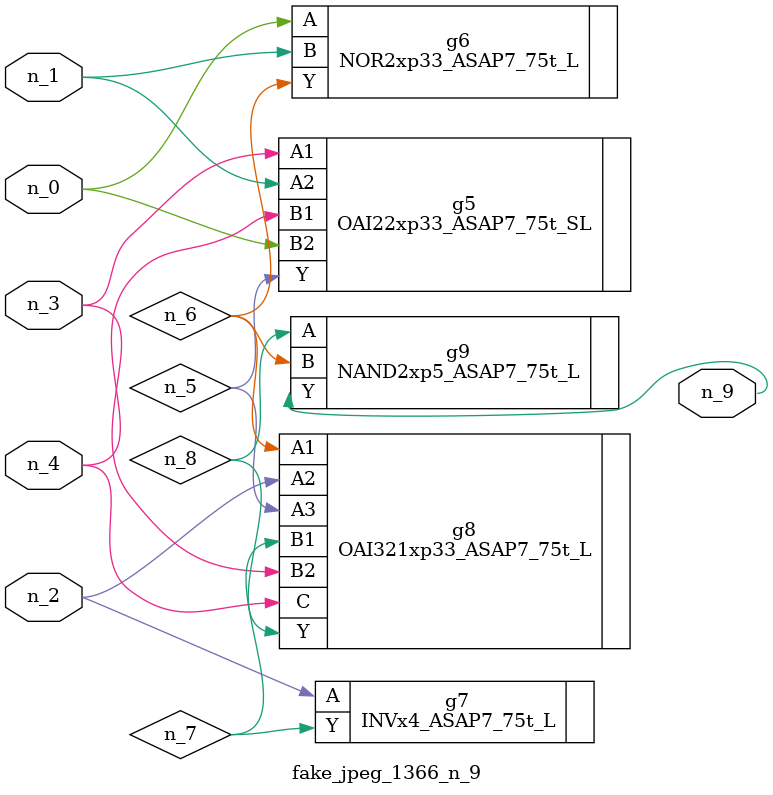
<source format=v>
module fake_jpeg_1366_n_9 (n_3, n_2, n_1, n_0, n_4, n_9);

input n_3;
input n_2;
input n_1;
input n_0;
input n_4;

output n_9;

wire n_8;
wire n_6;
wire n_5;
wire n_7;

OAI22xp33_ASAP7_75t_SL g5 ( 
.A1(n_3),
.A2(n_1),
.B1(n_4),
.B2(n_0),
.Y(n_5)
);

NOR2xp33_ASAP7_75t_L g6 ( 
.A(n_0),
.B(n_1),
.Y(n_6)
);

INVx4_ASAP7_75t_L g7 ( 
.A(n_2),
.Y(n_7)
);

OAI321xp33_ASAP7_75t_L g8 ( 
.A1(n_6),
.A2(n_2),
.A3(n_5),
.B1(n_7),
.B2(n_3),
.C(n_4),
.Y(n_8)
);

NAND2xp5_ASAP7_75t_L g9 ( 
.A(n_8),
.B(n_6),
.Y(n_9)
);


endmodule
</source>
